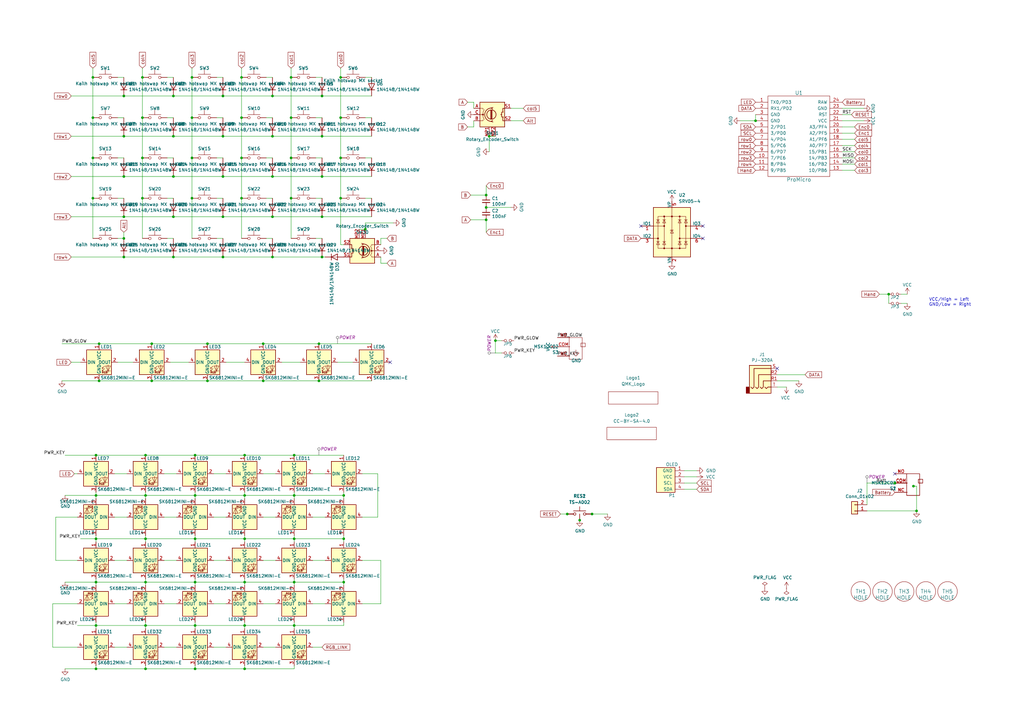
<source format=kicad_sch>
(kicad_sch (version 20230121) (generator eeschema)
  (paper "A3")
  (title_block (title "Lotus 58 Glow") (date "2023-11-21") (rev "v1.27") (company "Markus Knutsson <markus.knutsson@tweety.se>") (comment 1 "https://github.com/TweetyDaBird") (comment 2 "Licensed under Creative Commons BY-SA 4.0 International"))
  (junction (at 119.38 48.26))
  (junction (at 50.8 97.79))
  (junction (at 59.69 274.32))
  (junction (at 132.08 88.9))
  (junction (at 59.69 220.98))
  (junction (at 62.23 140.97))
  (junction (at 100.33 256.54))
  (junction (at 80.01 220.98))
  (junction (at 91.44 105.41))
  (junction (at 139.7 48.26))
  (junction (at 100.33 203.2))
  (junction (at 58.42 81.28))
  (junction (at 80.01 186.69))
  (junction (at 78.74 81.28))
  (junction (at 85.09 156.21))
  (junction (at 199.39 90.17))
  (junction (at 111.76 55.88))
  (junction (at 132.08 55.88))
  (junction (at 39.37 186.69))
  (junction (at 107.95 156.21))
  (junction (at 59.69 256.54))
  (junction (at 50.8 105.41))
  (junction (at 199.39 85.09))
  (junction (at 80.01 274.32))
  (junction (at 111.76 39.37))
  (junction (at 111.76 72.39))
  (junction (at 200.66 55.88))
  (junction (at 374.65 199.39))
  (junction (at 119.38 31.75))
  (junction (at 40.64 140.97))
  (junction (at 58.42 48.26))
  (junction (at 99.06 31.75))
  (junction (at 71.12 72.39))
  (junction (at 38.1 48.26))
  (junction (at 140.97 238.76))
  (junction (at 50.8 39.37))
  (junction (at 58.42 31.75))
  (junction (at 367.03 198.12))
  (junction (at 149.86 93.98))
  (junction (at 50.8 72.39))
  (junction (at 139.7 64.77))
  (junction (at 203.2 139.7))
  (junction (at 71.12 55.88))
  (junction (at 99.06 81.28))
  (junction (at 59.69 186.69))
  (junction (at 237.744 213.36))
  (junction (at 39.37 220.98))
  (junction (at 71.12 39.37))
  (junction (at 50.8 88.9))
  (junction (at 140.97 220.98))
  (junction (at 107.95 140.97))
  (junction (at 100.33 186.69))
  (junction (at 58.42 64.77))
  (junction (at 38.1 31.75))
  (junction (at 130.81 140.97))
  (junction (at 50.8 55.88))
  (junction (at 111.76 105.41))
  (junction (at 39.37 238.76))
  (junction (at 39.37 274.32))
  (junction (at 91.44 55.88))
  (junction (at 85.09 140.97))
  (junction (at 38.1 64.77))
  (junction (at 375.92 209.55))
  (junction (at 364.49 120.65))
  (junction (at 71.12 105.41))
  (junction (at 78.74 64.77))
  (junction (at 120.65 256.54))
  (junction (at 120.65 220.98))
  (junction (at 39.37 256.54))
  (junction (at 111.76 88.9))
  (junction (at 59.69 203.2))
  (junction (at 80.01 238.76))
  (junction (at 199.39 80.01))
  (junction (at 120.65 186.69))
  (junction (at 91.44 39.37))
  (junction (at 132.08 72.39))
  (junction (at 120.65 203.2))
  (junction (at 242.824 210.82))
  (junction (at 132.08 39.37))
  (junction (at 119.38 64.77))
  (junction (at 132.08 105.41))
  (junction (at 232.664 210.82))
  (junction (at 120.65 238.76))
  (junction (at 309.88 49.53))
  (junction (at 140.97 203.2))
  (junction (at 39.37 203.2))
  (junction (at 62.23 156.21))
  (junction (at 100.33 220.98))
  (junction (at 78.74 31.75))
  (junction (at 80.01 203.2))
  (junction (at 99.06 64.77))
  (junction (at 78.74 48.26))
  (junction (at 80.01 256.54))
  (junction (at 99.06 48.26))
  (junction (at 91.44 72.39))
  (junction (at 40.64 156.21))
  (junction (at 100.33 238.76))
  (junction (at 139.7 31.75))
  (junction (at 91.44 88.9))
  (junction (at 139.7 81.28))
  (junction (at 100.33 274.32))
  (junction (at 38.1 81.28))
  (junction (at 71.12 88.9))
  (junction (at 119.38 81.28))
  (junction (at 130.81 156.21))
  (junction (at 59.69 238.76))
  (no_connect (at 160.02 148.59))
  (no_connect (at 367.03 194.31))
  (no_connect (at 262.89 92.71))
  (no_connect (at 288.29 97.79))
  (no_connect (at 288.29 92.71))
  (no_connect (at 318.77 151.13))
  (wire (pts (xy 345.44 59.69) (xy 350.52 59.69)))
  (wire (pts (xy 140.97 203.2) (xy 140.97 201.93)))
  (wire (pts (xy 120.65 203.2) (xy 120.65 201.93)))
  (wire (pts (xy 29.21 148.59) (xy 33.02 148.59)))
  (wire (pts (xy 80.01 238.76) (xy 100.33 238.76)))
  (wire (pts (xy 120.65 186.69) (xy 140.97 186.69)))
  (wire (pts (xy 132.08 48.26) (xy 129.54 48.26)))
  (wire (pts (xy 199.39 80.01) (xy 199.39 76.2)))
  (wire (pts (xy 120.65 222.25) (xy 120.65 220.98)))
  (wire (pts (xy 109.22 31.75) (xy 111.76 31.75)))
  (wire (pts (xy 107.95 265.43) (xy 113.03 265.43)))
  (wire (pts (xy 107.95 194.31) (xy 113.03 194.31)))
  (wire (pts (xy 128.27 229.87) (xy 133.35 229.87)))
  (wire (pts (xy 67.31 212.09) (xy 72.39 212.09)))
  (wire (pts (xy 68.58 64.77) (xy 71.12 64.77)))
  (wire (pts (xy 67.31 247.65) (xy 72.39 247.65)))
  (wire (pts (xy 80.01 220.98) (xy 80.01 222.25)))
  (wire (pts (xy 39.37 274.32) (xy 39.37 273.05)))
  (wire (pts (xy 209.55 49.53) (xy 214.63 49.53)))
  (wire (pts (xy 25.4 140.97) (xy 40.64 140.97)))
  (wire (pts (xy 59.69 257.81) (xy 59.69 256.54)))
  (wire (pts (xy 318.77 153.67) (xy 330.2 153.67)))
  (wire (pts (xy 140.97 220.98) (xy 140.97 222.25)))
  (wire (pts (xy 46.99 212.09) (xy 52.07 212.09)))
  (wire (pts (xy 128.27 194.31) (xy 133.35 194.31)))
  (wire (pts (xy 120.65 255.27) (xy 120.65 256.54)))
  (wire (pts (xy 21.59 247.65) (xy 21.59 265.43)))
  (wire (pts (xy 31.75 247.65) (xy 21.59 247.65)))
  (wire (pts (xy 87.63 212.09) (xy 92.71 212.09)))
  (wire (pts (xy 280.67 195.58) (xy 285.75 195.58)))
  (wire (pts (xy 29.21 105.41) (xy 50.8 105.41)))
  (wire (pts (xy 87.63 229.87) (xy 92.71 229.87)))
  (wire (pts (xy 156.21 229.87) (xy 156.21 247.65)))
  (wire (pts (xy 68.58 31.75) (xy 71.12 31.75)))
  (wire (pts (xy 59.69 220.98) (xy 80.01 220.98)))
  (wire (pts (xy 367.03 198.12) (xy 355.6 198.12)))
  (wire (pts (xy 80.01 186.69) (xy 100.33 186.69)))
  (wire (pts (xy 50.8 81.28) (xy 48.26 81.28)))
  (wire (pts (xy 193.04 80.01) (xy 199.39 80.01)))
  (wire (pts (xy 91.44 97.79) (xy 88.9 97.79)))
  (wire (pts (xy 87.63 194.31) (xy 92.71 194.31)))
  (wire (pts (xy 132.08 55.88) (xy 152.4 55.88)))
  (wire (pts (xy 78.74 48.26) (xy 78.74 64.77)))
  (wire (pts (xy 40.64 156.21) (xy 62.23 156.21)))
  (wire (pts (xy 39.37 220.98) (xy 33.02 220.98)))
  (wire (pts (xy 120.65 256.54) (xy 140.97 256.54)))
  (wire (pts (xy 38.1 27.94) (xy 38.1 31.75)))
  (wire (pts (xy 88.9 31.75) (xy 91.44 31.75)))
  (wire (pts (xy 132.08 105.41) (xy 133.35 105.41)))
  (wire (pts (xy 99.06 31.75) (xy 99.06 48.26)))
  (wire (pts (xy 59.69 220.98) (xy 59.69 222.25)))
  (wire (pts (xy 99.06 27.94) (xy 99.06 31.75)))
  (wire (pts (xy 26.67 186.69) (xy 39.37 186.69)))
  (wire (pts (xy 355.6 198.12) (xy 355.6 207.01)))
  (wire (pts (xy 78.74 64.77) (xy 78.74 81.28)))
  (wire (pts (xy 30.48 194.31) (xy 31.75 194.31)))
  (wire (pts (xy 46.99 194.31) (xy 52.07 194.31)))
  (wire (pts (xy 39.37 203.2) (xy 39.37 204.47)))
  (wire (pts (xy 80.01 237.49) (xy 80.01 238.76)))
  (wire (pts (xy 107.95 140.97) (xy 130.81 140.97)))
  (wire (pts (xy 29.21 55.88) (xy 50.8 55.88)))
  (wire (pts (xy 50.8 55.88) (xy 71.12 55.88)))
  (wire (pts (xy 59.69 255.27) (xy 59.69 256.54)))
  (wire (pts (xy 48.26 64.77) (xy 50.8 64.77)))
  (wire (pts (xy 78.74 31.75) (xy 78.74 48.26)))
  (wire (pts (xy 80.01 203.2) (xy 59.69 203.2)))
  (wire (pts (xy 31.75 229.87) (xy 22.86 229.87)))
  (wire (pts (xy 309.88 49.53) (xy 303.53 49.53)))
  (wire (pts (xy 115.57 148.59) (xy 123.19 148.59)))
  (wire (pts (xy 100.33 203.2) (xy 100.33 201.93)))
  (wire (pts (xy 39.37 240.03) (xy 39.37 238.76)))
  (wire (pts (xy 71.12 105.41) (xy 91.44 105.41)))
  (wire (pts (xy 345.44 52.07) (xy 350.52 52.07)))
  (wire (pts (xy 111.76 64.77) (xy 109.22 64.77)))
  (wire (pts (xy 50.8 95.25) (xy 50.8 97.79)))
  (wire (pts (xy 39.37 220.98) (xy 39.37 222.25)))
  (wire (pts (xy 149.86 64.77) (xy 152.4 64.77)))
  (wire (pts (xy 78.74 81.28) (xy 78.74 97.79)))
  (wire (pts (xy 80.01 203.2) (xy 100.33 203.2)))
  (wire (pts (xy 46.99 265.43) (xy 52.07 265.43)))
  (wire (pts (xy 158.75 107.95) (xy 156.21 107.95)))
  (wire (pts (xy 100.33 220.98) (xy 100.33 222.25)))
  (wire (pts (xy 39.37 201.93) (xy 39.37 203.2)))
  (wire (pts (xy 200.66 62.23) (xy 200.66 55.88)))
  (wire (pts (xy 318.77 156.21) (xy 327.66 156.21)))
  (wire (pts (xy 71.12 72.39) (xy 91.44 72.39)))
  (wire (pts (xy 50.8 88.9) (xy 71.12 88.9)))
  (wire (pts (xy 309.88 46.99) (xy 309.88 49.53)))
  (wire (pts (xy 99.06 64.77) (xy 99.06 81.28)))
  (wire (pts (xy 156.21 107.95) (xy 156.21 105.41)))
  (wire (pts (xy 199.39 95.25) (xy 199.39 90.17)))
  (wire (pts (xy 280.67 200.66) (xy 285.75 200.66)))
  (wire (pts (xy 209.55 44.45) (xy 214.63 44.45)))
  (wire (pts (xy 25.4 156.21) (xy 40.64 156.21)))
  (wire (pts (xy 119.38 81.28) (xy 119.38 97.79)))
  (wire (pts (xy 39.37 219.71) (xy 39.37 220.98)))
  (wire (pts (xy 191.77 52.07) (xy 194.31 52.07)))
  (wire (pts (xy 161.29 91.44) (xy 149.86 91.44)))
  (wire (pts (xy 78.74 27.94) (xy 78.74 31.75)))
  (wire (pts (xy 62.23 140.97) (xy 85.09 140.97)))
  (wire (pts (xy 345.44 49.53) (xy 354.33 49.53)))
  (wire (pts (xy 280.67 198.12) (xy 285.75 198.12)))
  (wire (pts (xy 130.81 140.97) (xy 152.4 140.97)))
  (wire (pts (xy 71.12 55.88) (xy 91.44 55.88)))
  (wire (pts (xy 119.38 31.75) (xy 119.38 48.26)))
  (wire (pts (xy 59.69 274.32) (xy 39.37 274.32)))
  (wire (pts (xy 99.06 48.26) (xy 99.06 64.77)))
  (wire (pts (xy 92.71 148.59) (xy 100.33 148.59)))
  (wire (pts (xy 149.86 81.28) (xy 152.4 81.28)))
  (wire (pts (xy 100.33 203.2) (xy 120.65 203.2)))
  (wire (pts (xy 21.59 265.43) (xy 31.75 265.43)))
  (wire (pts (xy 139.7 31.75) (xy 139.7 48.26)))
  (wire (pts (xy 69.85 148.59) (xy 77.47 148.59)))
  (wire (pts (xy 345.44 54.61) (xy 350.52 54.61)))
  (wire (pts (xy 280.67 193.04) (xy 285.75 193.04)))
  (wire (pts (xy 100.33 274.32) (xy 80.01 274.32)))
  (wire (pts (xy 109.22 81.28) (xy 111.76 81.28)))
  (wire (pts (xy 119.38 48.26) (xy 119.38 64.77)))
  (wire (pts (xy 80.01 274.32) (xy 80.01 273.05)))
  (wire (pts (xy 71.12 48.26) (xy 68.58 48.26)))
  (wire (pts (xy 100.33 256.54) (xy 100.33 255.27)))
  (wire (pts (xy 345.44 44.45) (xy 354.33 44.45)))
  (wire (pts (xy 67.31 229.87) (xy 72.39 229.87)))
  (wire (pts (xy 107.95 156.21) (xy 130.81 156.21)))
  (wire (pts (xy 91.44 88.9) (xy 111.76 88.9)))
  (wire (pts (xy 80.01 257.81) (xy 80.01 256.54)))
  (wire (pts (xy 119.38 64.77) (xy 119.38 81.28)))
  (wire (pts (xy 148.59 247.65) (xy 156.21 247.65)))
  (wire (pts (xy 100.33 238.76) (xy 120.65 238.76)))
  (wire (pts (xy 58.42 27.94) (xy 58.42 31.75)))
  (wire (pts (xy 31.75 256.54) (xy 39.37 256.54)))
  (wire (pts (xy 200.66 55.88) (xy 203.2 55.88)))
  (wire (pts (xy 99.06 81.28) (xy 99.06 97.79)))
  (wire (pts (xy 147.32 93.98) (xy 149.86 93.98)))
  (wire (pts (xy 130.81 156.21) (xy 152.4 156.21)))
  (wire (pts (xy 48.26 148.59) (xy 54.61 148.59)))
  (wire (pts (xy 100.33 257.81) (xy 100.33 256.54)))
  (wire (pts (xy 29.21 88.9) (xy 50.8 88.9)))
  (wire (pts (xy 46.99 247.65) (xy 52.07 247.65)))
  (wire (pts (xy 132.08 97.79) (xy 129.54 97.79)))
  (wire (pts (xy 88.9 48.26) (xy 91.44 48.26)))
  (wire (pts (xy 140.97 237.49) (xy 140.97 238.76)))
  (wire (pts (xy 107.95 247.65) (xy 113.03 247.65)))
  (wire (pts (xy 111.76 97.79) (xy 109.22 97.79)))
  (wire (pts (xy 80.01 203.2) (xy 80.01 204.47)))
  (wire (pts (xy 120.65 274.32) (xy 100.33 274.32)))
  (wire (pts (xy 26.67 238.76) (xy 39.37 238.76)))
  (wire (pts (xy 140.97 220.98) (xy 140.97 219.71)))
  (wire (pts (xy 100.33 204.47) (xy 100.33 203.2)))
  (wire (pts (xy 149.86 31.75) (xy 152.4 31.75)))
  (wire (pts (xy 140.97 203.2) (xy 140.97 204.47)))
  (wire (pts (xy 372.11 124.46) (xy 369.57 124.46)))
  (wire (pts (xy 120.65 204.47) (xy 120.65 203.2)))
  (wire (pts (xy 345.44 62.23) (xy 350.52 62.23)))
  (wire (pts (xy 87.63 247.65) (xy 92.71 247.65)))
  (wire (pts (xy 191.77 41.91) (xy 194.31 41.91)))
  (wire (pts (xy 193.04 90.17) (xy 199.39 90.17)))
  (wire (pts (xy 59.69 186.69) (xy 80.01 186.69)))
  (wire (pts (xy 120.65 238.76) (xy 140.97 238.76)))
  (wire (pts (xy 364.49 124.46) (xy 364.49 120.65)))
  (wire (pts (xy 80.01 220.98) (xy 80.01 219.71)))
  (wire (pts (xy 199.39 85.09) (xy 209.55 85.09)))
  (wire (pts (xy 345.44 67.31) (xy 350.52 67.31)))
  (wire (pts (xy 67.31 265.43) (xy 72.39 265.43)))
  (wire (pts (xy 22.86 229.87) (xy 22.86 212.09)))
  (wire (pts (xy 249.174 210.82) (xy 242.824 210.82)))
  (wire (pts (xy 194.31 52.07) (xy 194.31 49.53)))
  (wire (pts (xy 50.8 105.41) (xy 71.12 105.41)))
  (wire (pts (xy 87.63 265.43) (xy 92.71 265.43)))
  (wire (pts (xy 59.69 274.32) (xy 59.69 273.05)))
  (wire (pts (xy 132.08 31.75) (xy 129.54 31.75)))
  (wire (pts (xy 39.37 203.2) (xy 26.67 203.2)))
  (wire (pts (xy 91.44 81.28) (xy 88.9 81.28)))
  (wire (pts (xy 111.76 55.88) (xy 132.08 55.88)))
  (wire (pts (xy 375.92 199.39) (xy 375.92 209.55)))
  (wire (pts (xy 132.08 72.39) (xy 152.4 72.39)))
  (wire (pts (xy 59.69 203.2) (xy 59.69 201.93)))
  (wire (pts (xy 345.44 69.85) (xy 350.52 69.85)))
  (wire (pts (xy 39.37 186.69) (xy 59.69 186.69)))
  (wire (pts (xy 29.21 39.37) (xy 50.8 39.37)))
  (wire (pts (xy 149.86 91.44) (xy 149.86 93.98)))
  (wire (pts (xy 139.7 64.77) (xy 139.7 81.28)))
  (wire (pts (xy 120.65 257.81) (xy 120.65 256.54)))
  (wire (pts (xy 360.68 120.65) (xy 364.49 120.65)))
  (wire (pts (xy 203.2 139.7) (xy 205.74 139.7)))
  (wire (pts (xy 152.4 48.26) (xy 149.86 48.26)))
  (wire (pts (xy 39.37 203.2) (xy 59.69 203.2)))
  (wire (pts (xy 100.33 237.49) (xy 100.33 238.76)))
  (wire (pts (xy 59.69 237.49) (xy 59.69 238.76)))
  (wire (pts (xy 120.65 203.2) (xy 140.97 203.2)))
  (wire (pts (xy 140.97 256.54) (xy 140.97 255.27)))
  (wire (pts (xy 91.44 105.41) (xy 111.76 105.41)))
  (wire (pts (xy 111.76 72.39) (xy 132.08 72.39)))
  (wire (pts (xy 100.33 220.98) (xy 120.65 220.98)))
  (wire (pts (xy 120.65 274.32) (xy 120.65 273.05)))
  (wire (pts (xy 345.44 46.99) (xy 349.25 46.99)))
  (wire (pts (xy 120.65 220.98) (xy 120.65 219.71)))
  (wire (pts (xy 148.59 229.87) (xy 156.21 229.87)))
  (wire (pts (xy 154.94 194.31) (xy 154.94 212.09)))
  (wire (pts (xy 91.44 72.39) (xy 111.76 72.39)))
  (wire (pts (xy 80.01 201.93) (xy 80.01 203.2)))
  (wire (pts (xy 91.44 39.37) (xy 111.76 39.37)))
  (wire (pts (xy 58.42 81.28) (xy 58.42 97.79)))
  (wire (pts (xy 59.69 220.98) (xy 59.69 219.71)))
  (wire (pts (xy 59.69 204.47) (xy 59.69 203.2)))
  (wire (pts (xy 80.01 240.03) (xy 80.01 238.76)))
  (wire (pts (xy 132.08 265.43) (xy 128.27 265.43)))
  (wire (pts (xy 67.31 194.31) (xy 72.39 194.31)))
  (wire (pts (xy 158.75 97.79) (xy 156.21 97.79)))
  (wire (pts (xy 120.65 220.98) (xy 140.97 220.98)))
  (wire (pts (xy 80.01 256.54) (xy 80.01 255.27)))
  (wire (pts (xy 318.77 158.75) (xy 322.58 158.75)))
  (wire (pts (xy 71.12 39.37) (xy 91.44 39.37)))
  (wire (pts (xy 46.99 229.87) (xy 52.07 229.87)))
  (wire (pts (xy 39.37 255.27) (xy 39.37 256.54)))
  (wire (pts (xy 369.57 120.65) (xy 372.11 120.65)))
  (wire (pts (xy 38.1 48.26) (xy 38.1 64.77)))
  (wire (pts (xy 148.59 212.09) (xy 154.94 212.09)))
  (wire (pts (xy 128.27 247.65) (xy 133.35 247.65)))
  (wire (pts (xy 39.37 257.81) (xy 39.37 256.54)))
  (wire (pts (xy 80.01 220.98) (xy 100.33 220.98)))
  (wire (pts (xy 59.69 256.54) (xy 80.01 256.54)))
  (wire (pts (xy 38.1 81.28) (xy 38.1 97.79)))
  (wire (pts (xy 59.69 238.76) (xy 80.01 238.76)))
  (wire (pts (xy 107.95 212.09) (xy 113.03 212.09)))
  (wire (pts (xy 119.38 27.94) (xy 119.38 31.75)))
  (wire (pts (xy 139.7 48.26) (xy 139.7 64.77)))
  (wire (pts (xy 139.7 27.94) (xy 139.7 31.75)))
  (wire (pts (xy 139.7 81.28) (xy 139.7 100.33)))
  (wire (pts (xy 80.01 274.32) (xy 59.69 274.32)))
  (wire (pts (xy 132.08 39.37) (xy 152.4 39.37)))
  (wire (pts (xy 100.33 186.69) (xy 120.65 186.69)))
  (wire (pts (xy 100.33 274.32) (xy 100.33 273.05)))
  (wire (pts (xy 50.8 39.37) (xy 71.12 39.37)))
  (wire (pts (xy 85.09 156.21) (xy 107.95 156.21)))
  (wire (pts (xy 132.08 88.9) (xy 152.4 88.9)))
  (wire (pts (xy 203.2 144.78) (xy 205.74 144.78)))
  (wire (pts (xy 100.33 256.54) (xy 120.65 256.54)))
  (wire (pts (xy 71.12 88.9) (xy 91.44 88.9)))
  (wire (pts (xy 120.65 240.03) (xy 120.65 238.76)))
  (wire (pts (xy 40.64 140.97) (xy 62.23 140.97)))
  (wire (pts (xy 71.12 81.28) (xy 68.58 81.28)))
  (wire (pts (xy 203.2 139.7) (xy 203.2 144.78)))
  (wire (pts (xy 22.86 212.09) (xy 31.75 212.09)))
  (wire (pts (xy 39.37 274.32) (xy 26.67 274.32)))
  (wire (pts (xy 39.37 238.76) (xy 59.69 238.76)))
  (wire (pts (xy 58.42 64.77) (xy 58.42 81.28)))
  (wire (pts (xy 156.21 97.79) (xy 156.21 100.33)))
  (wire (pts (xy 107.95 229.87) (xy 113.03 229.87)))
  (wire (pts (xy 132.08 64.77) (xy 129.54 64.77)))
  (wire (pts (xy 139.7 100.33) (xy 140.97 100.33)))
  (wire (pts (xy 71.12 97.79) (xy 68.58 97.79)))
  (wire (pts (xy 375.92 199.39) (xy 374.65 199.39)))
  (wire (pts (xy 62.23 156.21) (xy 85.09 156.21)))
  (wire (pts (xy 50.8 48.26) (xy 48.26 48.26)))
  (wire (pts (xy 345.44 64.77) (xy 350.52 64.77)))
  (wire (pts (xy 85.09 140.97) (xy 107.95 140.97)))
  (wire (pts (xy 100.33 238.76) (xy 100.33 240.03)))
  (wire (pts (xy 111.76 48.26) (xy 109.22 48.26)))
  (wire (pts (xy 88.9 64.77) (xy 91.44 64.77)))
  (wire (pts (xy 138.43 148.59) (xy 144.78 148.59)))
  (wire (pts (xy 50.8 31.75) (xy 48.26 31.75)))
  (wire (pts (xy 148.59 194.31) (xy 154.94 194.31)))
  (wire (pts (xy 80.01 256.54) (xy 100.33 256.54)))
  (wire (pts (xy 120.65 237.49) (xy 120.65 238.76)))
  (wire (pts (xy 111.76 105.41) (xy 132.08 105.41)))
  (wire (pts (xy 50.8 72.39) (xy 71.12 72.39)))
  (wire (pts (xy 132.08 81.28) (xy 129.54 81.28)))
  (wire (pts (xy 111.76 88.9) (xy 132.08 88.9)))
  (wire (pts (xy 39.37 220.98) (xy 59.69 220.98)))
  (wire (pts (xy 58.42 31.75) (xy 58.42 48.26)))
  (wire (pts (xy 29.21 72.39) (xy 50.8 72.39)))
  (wire (pts (xy 59.69 238.76) (xy 59.69 240.03)))
  (wire (pts (xy 39.37 256.54) (xy 59.69 256.54)))
  (wire (pts (xy 100.33 220.98) (xy 100.33 219.71)))
  (wire (pts (xy 229.87 210.82) (xy 232.664 210.82)))
  (wire (pts (xy 355.6 209.55) (xy 375.92 209.55)))
  (wire (pts (xy 91.44 55.88) (xy 111.76 55.88)))
  (wire (pts (xy 194.31 41.91) (xy 194.31 44.45)))
  (wire (pts (xy 39.37 237.49) (xy 39.37 238.76)))
  (wire (pts (xy 345.44 57.15) (xy 350.52 57.15)))
  (wire (pts (xy 48.26 97.79) (xy 50.8 97.79)))
  (wire (pts (xy 140.97 238.76) (xy 140.97 240.03)))
  (wire (pts (xy 38.1 31.75) (xy 38.1 48.26)))
  (wire (pts (xy 111.76 39.37) (xy 132.08 39.37)))
  (wire (pts (xy 58.42 48.26) (xy 58.42 64.77)))
  (wire (pts (xy 38.1 64.77) (xy 38.1 81.28)))
  (wire (pts (xy 128.27 212.09) (xy 133.35 212.09)))
  (text "VCC/High = Left\nGND/Low = Right" (at 381 125.73 0) (effects (font (size 1.27 1.27)) (justify left bottom)))
  (label "PWR_GLOW" (at 210.82 139.7 0))
  (label "PWR_KEY" (at 26.67 186.69 180))
  (label "MOSI" (at 345.44 67.31 0))
  (label "PWR_KEY" (at 33.02 220.98 180))
  (label "PWR_GLOW" (at 228.6 138.43 0))
  (label "PWR_KEY" (at 228.6 146.05 0))
  (label "SCK" (at 345.44 62.23 0))
  (label "PWR_GLOW" (at 25.4 140.97 0))
  (label "PWR_KEY" (at 31.75 256.54 180))
  (label "PWR_KEY" (at 210.82 144.78 0))
  (label "Batt" (at 359.41 198.12 0))
  (label "RST" (at 345.44 46.99 0))
  (label "MISO" (at 345.44 64.77 0))
  (global_label "A" (shape input) (at 193.04 90.17 180) (property "Intersheetrefs" "${INTERSHEET_REFS}" (effects hide)))
  (global_label "Alt" (shape input) (at 50.8 95.25 90) (property "Intersheetrefs" "${INTERSHEET_REFS}" (effects hide)))
  (global_label "col2" (shape input) (at 350.52 64.77 0) (property "Intersheetrefs" "${INTERSHEET_REFS}" (effects hide)))
  (global_label "row2" (shape input) (at 309.88 62.23 180) (property "Intersheetrefs" "${INTERSHEET_REFS}" (effects hide)))
  (global_label "RESET" (shape input) (at 349.25 46.99 0) (property "Intersheetrefs" "${INTERSHEET_REFS}" (effects hide)))
  (global_label "col4" (shape input) (at 58.42 27.94 90) (property "Intersheetrefs" "${INTERSHEET_REFS}" (effects hide)))
  (global_label "row1" (shape input) (at 309.88 59.69 180) (property "Intersheetrefs" "${INTERSHEET_REFS}" (effects hide)))
  (global_label "Battery" (shape input) (at 345.44 41.91 0) (property "Intersheetrefs" "${INTERSHEET_REFS}" (effects hide)))
  (global_label "LED" (shape input) (at 29.21 148.59 180) (property "Intersheetrefs" "${INTERSHEET_REFS}" (effects hide)))
  (global_label "Enc1" (shape input) (at 199.39 95.25 0) (property "Intersheetrefs" "${INTERSHEET_REFS}" (effects hide)))
  (global_label "row3" (shape input) (at 29.21 88.9 180) (property "Intersheetrefs" "${INTERSHEET_REFS}" (effects hide)))
  (global_label "row3" (shape input) (at 309.88 64.77 180) (property "Intersheetrefs" "${INTERSHEET_REFS}" (effects hide)))
  (global_label "SCL" (shape input) (at 309.88 54.61 180) (property "Intersheetrefs" "${INTERSHEET_REFS}" (effects hide)))
  (global_label "Enc0" (shape input) (at 350.52 52.07 0) (property "Intersheetrefs" "${INTERSHEET_REFS}" (effects hide)))
  (global_label "col4" (shape input) (at 350.52 59.69 0) (property "Intersheetrefs" "${INTERSHEET_REFS}" (effects hide)))
  (global_label "SDA" (shape input) (at 285.75 200.66 0) (property "Intersheetrefs" "${INTERSHEET_REFS}" (effects hide)))
  (global_label "row1" (shape input) (at 29.21 55.88 180) (property "Intersheetrefs" "${INTERSHEET_REFS}" (effects hide)))
  (global_label "RGB_LINK" (shape input) (at 132.08 265.43 0) (property "Intersheetrefs" "${INTERSHEET_REFS}" (effects hide)))
  (global_label "row2" (shape input) (at 29.21 72.39 180) (property "Intersheetrefs" "${INTERSHEET_REFS}" (effects hide)))
  (global_label "A" (shape input) (at 191.77 41.91 180) (property "Intersheetrefs" "${INTERSHEET_REFS}" (effects hide)))
  (global_label "col5" (shape input) (at 214.63 44.45 0) (property "Intersheetrefs" "${INTERSHEET_REFS}" (effects hide)))
  (global_label "col5" (shape input) (at 38.1 27.94 90) (property "Intersheetrefs" "${INTERSHEET_REFS}" (effects hide)))
  (global_label "col0" (shape input) (at 350.52 62.23 0) (property "Intersheetrefs" "${INTERSHEET_REFS}" (effects hide)))
  (global_label "col3" (shape input) (at 78.74 27.94 90) (property "Intersheetrefs" "${INTERSHEET_REFS}" (effects hide)))
  (global_label "LED" (shape input) (at 30.48 194.31 180) (property "Intersheetrefs" "${INTERSHEET_REFS}" (effects hide)))
  (global_label "DATA" (shape input) (at 262.89 97.79 180) (property "Intersheetrefs" "${INTERSHEET_REFS}" (effects hide)))
  (global_label "Battery" (shape input) (at 367.03 201.93 180) (property "Intersheetrefs" "${INTERSHEET_REFS}" (effects hide)))
  (global_label "LED" (shape input) (at 309.88 41.91 180) (property "Intersheetrefs" "${INTERSHEET_REFS}" (effects hide)))
  (global_label "Hand" (shape input) (at 309.88 69.85 180) (property "Intersheetrefs" "${INTERSHEET_REFS}" (effects hide)))
  (global_label "A" (shape input) (at 158.75 107.95 0) (property "Intersheetrefs" "${INTERSHEET_REFS}" (effects hide)))
  (global_label "row0" (shape input) (at 29.21 39.37 180) (property "Intersheetrefs" "${INTERSHEET_REFS}" (effects hide)))
  (global_label "SDA" (shape input) (at 309.88 52.07 180) (property "Intersheetrefs" "${INTERSHEET_REFS}" (effects hide)))
  (global_label "Alt" (shape input) (at 214.63 49.53 0) (property "Intersheetrefs" "${INTERSHEET_REFS}" (effects hide)))
  (global_label "B" (shape input) (at 193.04 80.01 180) (property "Intersheetrefs" "${INTERSHEET_REFS}" (effects hide)))
  (global_label "col5" (shape input) (at 350.52 57.15 0) (property "Intersheetrefs" "${INTERSHEET_REFS}" (effects hide)))
  (global_label "DATA" (shape input) (at 330.2 153.67 0) (property "Intersheetrefs" "${INTERSHEET_REFS}" (effects hide)))
  (global_label "Enc0" (shape input) (at 199.39 76.2 0) (property "Intersheetrefs" "${INTERSHEET_REFS}" (effects hide)))
  (global_label "SCL" (shape input) (at 285.75 198.12 0) (property "Intersheetrefs" "${INTERSHEET_REFS}" (effects hide)))
  (global_label "row4" (shape input) (at 29.21 105.41 180) (property "Intersheetrefs" "${INTERSHEET_REFS}" (effects hide)))
  (global_label "row0" (shape input) (at 309.88 57.15 180) (property "Intersheetrefs" "${INTERSHEET_REFS}" (effects hide)))
  (global_label "B" (shape input) (at 191.77 52.07 180) (property "Intersheetrefs" "${INTERSHEET_REFS}" (effects hide)))
  (global_label "B" (shape input) (at 158.75 97.79 0) (property "Intersheetrefs" "${INTERSHEET_REFS}" (effects hide)))
  (global_label "col1" (shape input) (at 350.52 67.31 0) (property "Intersheetrefs" "${INTERSHEET_REFS}" (effects hide)))
  (global_label "col1" (shape input) (at 119.38 27.94 90) (property "Intersheetrefs" "${INTERSHEET_REFS}" (effects hide)))
  (global_label "col0" (shape input) (at 139.7 27.94 90) (property "Intersheetrefs" "${INTERSHEET_REFS}" (effects hide)))
  (global_label "Hand" (shape input) (at 360.68 120.65 180) (property "Intersheetrefs" "${INTERSHEET_REFS}" (effects hide)))
  (global_label "col2" (shape input) (at 99.06 27.94 90) (property "Intersheetrefs" "${INTERSHEET_REFS}" (effects hide)))
  (global_label "DATA" (shape input) (at 309.88 44.45 180) (property "Intersheetrefs" "${INTERSHEET_REFS}" (effects hide)))
  (global_label "row4" (shape input) (at 309.88 67.31 180) (property "Intersheetrefs" "${INTERSHEET_REFS}" (effects hide)))
  (global_label "Enc1" (shape input) (at 350.52 54.61 0) (property "Intersheetrefs" "${INTERSHEET_REFS}" (effects hide)))
  (global_label "RESET" (shape input) (at 229.87 210.82 180) (property "Intersheetrefs" "${INTERSHEET_REFS}" (effects hide)))
  (global_label "col3" (shape input) (at 350.52 69.85 0) (property "Intersheetrefs" "${INTERSHEET_REFS}" (effects hide)))
  (netclass_flag "" (length 2.54) (shape round) (at 355.6 198.12 0) (property "Netclass" "POWER" (at 356.2096 195.58 0) (effects (font italic) (justify left))))
  (netclass_flag "" (length 2.54) (shape round) (at 203.2 144.78 90) (property "Netclass" "POWER" (at 200.66 144.1704 90) (effects (font italic) (justify left))))
  (netclass_flag "" (length 2.54) (shape round) (at 130.81 186.69 0) (property "Netclass" "POWER" (at 131.4196 184.15 0) (effects (font italic) (justify left))))
  (netclass_flag "" (length 2.54) (shape round) (at 138.43 140.97 0) (property "Netclass" "POWER" (at 139.0396 138.43 0) (effects (font italic) (justify left))))
  (symbol (lib_id "keebio:ProMicro") (at 327.66 55.88 0) (unit 1)
    (property "Reference" "U1" (at 327.66 38.1 0) (effects (font (size 1.524 1.524))))
    (property "Value" "ProMicro" (at 327.66 73.66 0) (effects (font (size 1.524 1.524))))
    (property "Footprint" "Keyboard Controllers:ProMicro_Reversible_orig" (effects hide))
  )
  (symbol (lib_id "Switch:SW_Push") (at 43.18 97.79 0) (unit 1)
    (property "Reference" "SW25" (at 43.18 93.98 0))
    (property "Value" "Kailh hotswap MX socket" (at 43.18 100.33 0))
    (property "Footprint" "keyswitches:Kailh_socket_MX_reversible_RGB" (effects hide))
  )
  (symbol (lib_id "Switch:SW_Push") (at 63.5 97.79 0) (unit 1)
    (property "Reference" "SW26" (at 63.5 93.98 0))
    (property "Value" "Kailh hotswap MX socket" (at 63.5 100.33 0))
    (property "Footprint" "keyswitches:Kailh_socket_MX_reversible_RGB" (effects hide))
  )
  (symbol (lib_id "Switch:SW_Push") (at 43.18 31.75 0) (mirror y) (unit 1)
    (property "Reference" "SW1" (at 43.18 27.94 0))
    (property "Value" "Kailh hotswap MX socket" (at 43.18 34.29 0))
    (property "Footprint" "keyswitches:Kailh_socket_MX_reversible_RGB" (effects hide))
  )
  (symbol (lib_id "Device:D") (at 50.8 35.56 90) (unit 1)
    (property "Reference" "D1" (at 52.8066 34.3916 90) (effects (justify right)))
    (property "Value" "1N4148/1N4148W" (at 52.8066 36.703 90) (effects (justify right)))
    (property "Footprint" "Keyboard Library:Diode_DO35_SOD123" (effects hide))
  )
  (symbol (lib_id "Switch:SW_Push") (at 63.5 31.75 0) (unit 1)
    (property "Reference" "SW2" (at 63.5 27.94 0))
    (property "Value" "Kailh hotswap MX socket" (at 63.5 34.29 0))
    (property "Footprint" "keyswitches:Kailh_socket_MX_reversible_RGB" (effects hide))
  )
  (symbol (lib_id "Device:D") (at 71.12 35.56 90) (unit 1)
    (property "Reference" "D2" (at 73.1266 34.3916 90) (effects (justify right)))
    (property "Value" "1N4148/1N4148W" (at 73.1266 36.703 90) (effects (justify right)))
    (property "Footprint" "Keyboard Library:Diode_DO35_SOD123" (effects hide))
  )
  (symbol (lib_id "Switch:SW_Push") (at 83.82 31.75 0) (unit 1)
    (property "Reference" "SW3" (at 83.82 27.94 0))
    (property "Value" "Kailh hotswap MX socket" (at 83.82 34.29 0))
    (property "Footprint" "keyswitches:Kailh_socket_MX_reversible_RGB" (effects hide))
  )
  (symbol (lib_id "Device:D") (at 91.44 35.56 90) (unit 1)
    (property "Reference" "D3" (at 93.4466 34.3916 90) (effects (justify right)))
    (property "Value" "1N4148/1N4148W" (at 93.4466 36.703 90) (effects (justify right)))
    (property "Footprint" "Keyboard Library:Diode_DO35_SOD123" (effects hide))
  )
  (symbol (lib_id "Switch:SW_Push") (at 104.14 31.75 0) (unit 1)
    (property "Reference" "SW4" (at 104.14 27.94 0))
    (property "Value" "Kailh hotswap MX socket" (at 104.14 34.29 0))
    (property "Footprint" "keyswitches:Kailh_socket_MX_reversible_RGB" (effects hide))
  )
  (symbol (lib_id "Device:D") (at 111.76 35.56 90) (unit 1)
    (property "Reference" "D4" (at 113.7666 34.3916 90) (effects (justify right)))
    (property "Value" "1N4148/1N4148W" (at 113.7666 36.703 90) (effects (justify right)))
    (property "Footprint" "Keyboard Library:Diode_DO35_SOD123" (effects hide))
  )
  (symbol (lib_id "Switch:SW_Push") (at 124.46 31.75 0) (unit 1)
    (property "Reference" "SW5" (at 124.46 27.94 0))
    (property "Value" "Kailh hotswap MX socket" (at 124.46 34.29 0))
    (property "Footprint" "keyswitches:Kailh_socket_MX_reversible_RGB" (effects hide))
  )
  (symbol (lib_id "Device:D") (at 132.08 35.56 90) (unit 1)
    (property "Reference" "D5" (at 134.0866 34.3916 90) (effects (justify right)))
    (property "Value" "1N4148/1N4148W" (at 134.0866 36.703 90) (effects (justify right)))
    (property "Footprint" "Keyboard Library:Diode_DO35_SOD123" (effects hide))
  )
  (symbol (lib_id "Switch:SW_Push") (at 144.78 31.75 0) (unit 1)
    (property "Reference" "SW6" (at 144.78 27.94 0))
    (property "Value" "Kailh hotswap MX socket" (at 144.78 33.02 0))
    (property "Footprint" "keyswitches:Kailh_socket_MX_reversible_RGB" (effects hide))
  )
  (symbol (lib_id "Device:D") (at 152.4 35.56 90) (unit 1)
    (property "Reference" "D6" (at 154.4066 34.3916 90) (effects (justify right)))
    (property "Value" "1N4148/1N4148W" (at 154.4066 36.703 90) (effects (justify right)))
    (property "Footprint" "Keyboard Library:Diode_DO35_SOD123" (effects hide))
  )
  (symbol (lib_id "Switch:SW_Push") (at 63.5 48.26 0) (unit 1)
    (property "Reference" "SW8" (at 63.5 44.45 0))
    (property "Value" "Kailh hotswap MX socket" (at 63.5 50.8 0))
    (property "Footprint" "keyswitches:Kailh_socket_MX_reversible_RGB" (effects hide))
  )
  (symbol (lib_id "Switch:SW_Push") (at 83.82 48.26 0) (unit 1)
    (property "Reference" "SW9" (at 83.82 44.45 0))
    (property "Value" "Kailh hotswap MX socket" (at 83.82 50.8 0))
    (property "Footprint" "keyswitches:Kailh_socket_MX_reversible_RGB" (effects hide))
  )
  (symbol (lib_id "Switch:SW_Push") (at 104.14 48.26 0) (unit 1)
    (property "Reference" "SW10" (at 104.14 44.45 0))
    (property "Value" "Kailh hotswap MX socket" (at 104.14 50.8 0))
    (property "Footprint" "keyswitches:Kailh_socket_MX_reversible_RGB" (effects hide))
  )
  (symbol (lib_id "Switch:SW_Push") (at 124.46 48.26 0) (unit 1)
    (property "Reference" "SW11" (at 124.46 44.45 0))
    (property "Value" "Kailh hotswap MX socket" (at 124.46 50.8 0))
    (property "Footprint" "keyswitches:Kailh_socket_MX_reversible_RGB" (effects hide))
  )
  (symbol (lib_id "Switch:SW_Push") (at 144.78 48.26 0) (unit 1)
    (property "Reference" "SW12" (at 144.78 44.45 0))
    (property "Value" "Kailh hotswap MX socket" (at 144.78 50.8 0))
    (property "Footprint" "keyswitches:Kailh_socket_MX_reversible_RGB" (effects hide))
  )
  (symbol (lib_id "Switch:SW_Push") (at 43.18 48.26 0) (unit 1)
    (property "Reference" "SW7" (at 43.18 44.45 0))
    (property "Value" "Kailh hotswap MX socket" (at 43.18 50.8 0))
    (property "Footprint" "keyswitches:Kailh_socket_MX_reversible_RGB" (effects hide))
  )
  (symbol (lib_id "Device:D") (at 50.8 52.07 90) (unit 1)
    (property "Reference" "D7" (at 52.8066 50.9016 90) (effects (justify right)))
    (property "Value" "1N4148/1N4148W" (at 52.8066 53.213 90) (effects (justify right)))
    (property "Footprint" "Keyboard Library:Diode_DO35_SOD123" (effects hide))
  )
  (symbol (lib_id "Device:D") (at 71.12 52.07 90) (unit 1)
    (property "Reference" "D8" (at 73.1266 50.9016 90) (effects (justify right)))
    (property "Value" "1N4148/1N4148W" (at 73.1266 53.213 90) (effects (justify right)))
    (property "Footprint" "Keyboard Library:Diode_DO35_SOD123" (effects hide))
  )
  (symbol (lib_id "Device:D") (at 91.44 52.07 90) (unit 1)
    (property "Reference" "D9" (at 93.4466 50.9016 90) (effects (justify right)))
    (property "Value" "1N4148/1N4148W" (at 93.4466 53.213 90) (effects (justify right)))
    (property "Footprint" "Keyboard Library:Diode_DO35_SOD123" (effects hide))
  )
  (symbol (lib_id "Device:D") (at 111.76 52.07 90) (unit 1)
    (property "Reference" "D10" (at 113.7666 50.9016 90) (effects (justify right)))
    (property "Value" "1N4148/1N4148W" (at 113.7666 53.213 90) (effects (justify right)))
    (property "Footprint" "Keyboard Library:Diode_DO35_SOD123" (effects hide))
  )
  (symbol (lib_id "Device:D") (at 132.08 52.07 90) (unit 1)
    (property "Reference" "D11" (at 134.0866 50.9016 90) (effects (justify right)))
    (property "Value" "1N4148/1N4148W" (at 134.0866 53.213 90) (effects (justify right)))
    (property "Footprint" "Keyboard Library:Diode_DO35_SOD123" (effects hide))
  )
  (symbol (lib_id "Device:D") (at 152.4 52.07 90) (unit 1)
    (property "Reference" "D12" (at 154.4066 50.9016 90) (effects (justify right)))
    (property "Value" "1N4148/1N4148W" (at 154.4066 53.213 90) (effects (justify right)))
    (property "Footprint" "Keyboard Library:Diode_DO35_SOD123" (effects hide))
  )
  (symbol (lib_id "Switch:SW_Push") (at 43.18 64.77 0) (unit 1)
    (property "Reference" "SW13" (at 43.18 60.96 0))
    (property "Value" "Kailh hotswap MX socket" (at 43.18 67.31 0))
    (property "Footprint" "keyswitches:Kailh_socket_MX_reversible_RGB" (effects hide))
  )
  (symbol (lib_id "Switch:SW_Push") (at 63.5 64.77 0) (unit 1)
    (property "Reference" "SW14" (at 63.5 60.96 0))
    (property "Value" "Kailh hotswap MX socket" (at 63.5 67.31 0))
    (property "Footprint" "keyswitches:Kailh_socket_MX_reversible_RGB" (effects hide))
  )
  (symbol (lib_id "Switch:SW_Push") (at 83.82 64.77 0) (unit 1)
    (property "Reference" "SW15" (at 83.82 60.96 0))
    (property "Value" "Kailh hotswap MX socket" (at 83.82 67.31 0))
    (property "Footprint" "keyswitches:Kailh_socket_MX_reversible_RGB" (effects hide))
  )
  (symbol (lib_id "Switch:SW_Push") (at 104.14 64.77 0) (unit 1)
    (property "Reference" "SW16" (at 104.14 60.96 0))
    (property "Value" "Kailh hotswap MX socket" (at 104.14 67.31 0))
    (property "Footprint" "keyswitches:Kailh_socket_MX_reversible_RGB" (effects hide))
  )
  (symbol (lib_id "Switch:SW_Push") (at 124.46 64.77 0) (unit 1)
    (property "Reference" "SW17" (at 124.46 60.96 0))
    (property "Value" "Kailh hotswap MX socket" (at 124.46 67.31 0))
    (property "Footprint" "keyswitches:Kailh_socket_MX_reversible_RGB" (effects hide))
  )
  (symbol (lib_id "Switch:SW_Push") (at 144.78 64.77 0) (unit 1)
    (property "Reference" "SW18" (at 144.78 60.96 0))
    (property "Value" "Kailh hotswap MX socket" (at 144.78 67.31 0))
    (property "Footprint" "keyswitches:Kailh_socket_MX_reversible_RGB" (effects hide))
  )
  (symbol (lib_id "Device:D") (at 50.8 68.58 90) (unit 1)
    (property "Reference" "D13" (at 52.8066 67.4116 90) (effects (justify right)))
    (property "Value" "1N4148/1N4148W" (at 52.8066 69.723 90) (effects (justify right)))
    (property "Footprint" "Keyboard Library:Diode_DO35_SOD123" (effects hide))
  )
  (symbol (lib_id "Device:D") (at 71.12 68.58 90) (unit 1)
    (property "Reference" "D14" (at 73.1266 67.4116 90) (effects (justify right)))
    (property "Value" "1N4148/1N4148W" (at 73.1266 69.723 90) (effects (justify right)))
    (property "Footprint" "Keyboard Library:Diode_DO35_SOD123" (effects hide))
  )
  (symbol (lib_id "Device:D") (at 91.44 68.58 90) (unit 1)
    (property "Reference" "D15" (at 93.4466 67.4116 90) (effects (justify right)))
    (property "Value" "1N4148/1N4148W" (at 93.4466 69.723 90) (effects (justify right)))
    (property "Footprint" "Keyboard Library:Diode_DO35_SOD123" (effects hide))
  )
  (symbol (lib_id "Device:D") (at 111.76 68.58 90) (unit 1)
    (property "Reference" "D16" (at 113.7666 67.4116 90) (effects (justify right)))
    (property "Value" "1N4148/1N4148W" (at 113.7666 69.723 90) (effects (justify right)))
    (property "Footprint" "Keyboard Library:Diode_DO35_SOD123" (effects hide))
  )
  (symbol (lib_id "Device:D") (at 132.08 68.58 90) (unit 1)
    (property "Reference" "D17" (at 134.0866 67.4116 90) (effects (justify right)))
    (property "Value" "1N4148/1N4148W" (at 134.0866 69.723 90) (effects (justify right)))
    (property "Footprint" "Keyboard Library:Diode_DO35_SOD123" (effects hide))
  )
  (symbol (lib_id "Device:D") (at 152.4 68.58 90) (unit 1)
    (property "Reference" "D18" (at 154.4066 67.4116 90) (effects (justify right)))
    (property "Value" "1N4148/1N4148W" (at 154.4066 69.723 90) (effects (justify right)))
    (property "Footprint" "Keyboard Library:Diode_DO35_SOD123" (effects hide))
  )
  (symbol (lib_id "Switch:SW_Push") (at 83.82 81.28 0) (unit 1)
    (property "Reference" "SW21" (at 83.82 77.47 0))
    (property "Value" "Kailh hotswap MX socket" (at 83.82 83.82 0))
    (property "Footprint" "keyswitches:Kailh_socket_MX_reversible_RGB" (effects hide))
  )
  (symbol (lib_id "Switch:SW_Push") (at 104.14 81.28 0) (unit 1)
    (property "Reference" "SW22" (at 104.14 77.47 0))
    (property "Value" "Kailh hotswap MX socket" (at 104.14 83.82 0))
    (property "Footprint" "keyswitches:Kailh_socket_MX_reversible_RGB" (effects hide))
  )
  (symbol (lib_id "Switch:SW_Push") (at 124.46 81.28 0) (unit 1)
    (property "Reference" "SW23" (at 124.46 77.47 0))
    (property "Value" "Kailh hotswap MX socket" (at 124.46 83.82 0))
    (property "Footprint" "keyswitches:Kailh_socket_MX_reversible_RGB" (effects hide))
  )
  (symbol (lib_id "Switch:SW_Push") (at 144.78 81.28 0) (unit 1)
    (property "Reference" "SW24" (at 144.78 77.47 0))
    (property "Value" "Kailh hotswap MX socket" (at 144.78 83.82 0))
    (property "Footprint" "keyswitches:Kailh_socket_MX_reversible_RGB" (effects hide))
  )
  (symbol (lib_id "Switch:SW_Push") (at 63.5 81.28 0) (unit 1)
    (property "Reference" "SW20" (at 63.5 77.47 0))
    (property "Value" "Kailh hotswap MX socket" (at 63.5 83.82 0))
    (property "Footprint" "keyswitches:Kailh_socket_MX_reversible_RGB" (effects hide))
  )
  (symbol (lib_id "Switch:SW_Push") (at 43.18 81.28 0) (unit 1)
    (property "Reference" "SW19" (at 43.18 77.47 0))
    (property "Value" "Kailh hotswap MX socket" (at 43.18 83.82 0))
    (property "Footprint" "keyswitches:Kailh_socket_MX_reversible_RGB" (effects hide))
  )
  (symbol (lib_id "Device:D") (at 50.8 85.09 90) (unit 1)
    (property "Reference" "D19" (at 52.8066 83.9216 90) (effects (justify right)))
    (property "Value" "1N4148/1N4148W" (at 52.8066 86.233 90) (effects (justify right)))
    (property "Footprint" "Keyboard Library:Diode_DO35_SOD123" (effects hide))
  )
  (symbol (lib_id "Device:D") (at 71.12 85.09 90) (unit 1)
    (property "Reference" "D20" (at 73.1266 83.9216 90) (effects (justify right)))
    (property "Value" "1N4148/1N4148W" (at 73.1266 86.233 90) (effects (justify right)))
    (property "Footprint" "Keyboard Library:Diode_DO35_SOD123" (effects hide))
  )
  (symbol (lib_id "Device:D") (at 91.44 85.09 90) (unit 1)
    (property "Reference" "D21" (at 93.4466 83.9216 90) (effects (justify right)))
    (property "Value" "1N4148/1N4148W" (at 93.4466 86.233 90) (effects (justify right)))
    (property "Footprint" "Keyboard Library:Diode_DO35_SOD123" (effects hide))
  )
  (symbol (lib_id "Device:D") (at 111.76 85.09 90) (unit 1)
    (property "Reference" "D22" (at 113.7666 83.9216 90) (effects (justify right)))
    (property "Value" "1N4148/1N4148W" (at 113.7666 86.233 90) (effects (justify right)))
    (property "Footprint" "Keyboard Library:Diode_DO35_SOD123" (effects hide))
  )
  (symbol (lib_id "Device:D") (at 132.08 85.09 90) (unit 1)
    (property "Reference" "D23" (at 134.0866 83.9216 90) (effects (justify right)))
    (property "Value" "1N4148/1N4148W" (at 134.0866 86.233 90) (effects (justify right)))
    (property "Footprint" "Keyboard Library:Diode_DO35_SOD123" (effects hide))
  )
  (symbol (lib_id "Device:D") (at 152.4 85.09 90) (unit 1)
    (property "Reference" "D24" (at 154.4066 83.9216 90) (effects (justify right)))
    (property "Value" "1N4148/1N4148W" (at 154.4066 86.233 90) (effects (justify right)))
    (property "Footprint" "Keyboard Library:Diode_DO35_SOD123" (effects hide))
  )
  (symbol (lib_id "Switch:SW_Push") (at 83.82 97.79 0) (unit 1)
    (property "Reference" "SW27" (at 83.82 93.98 0))
    (property "Value" "Kailh hotswap MX socket" (at 83.82 100.33 0))
    (property "Footprint" "keyswitches:Kailh_socket_MX_reversible_RGB" (effects hide))
  )
  (symbol (lib_id "Switch:SW_Push") (at 104.14 97.79 0) (unit 1)
    (property "Reference" "SW28" (at 104.14 93.98 0))
    (property "Value" "Kailh hotswap MX socket" (at 104.14 100.33 0))
    (property "Footprint" "keyswitches:Kailh_socket_MX_reversible_RGB" (effects hide))
  )
  (symbol (lib_id "Switch:SW_Push") (at 124.46 97.79 0) (unit 1)
    (property "Reference" "SW29" (at 124.46 93.98 0))
    (property "Value" "Kailh hotswap MX socket" (at 124.46 100.33 0))
    (property "Footprint" "keyswitches:Kailh_socket_MX_reversible_RGB" (effects hide))
  )
  (symbol (lib_id "Device:D") (at 50.8 101.6 90) (unit 1)
    (property "Reference" "D25" (at 52.8066 100.4316 90) (effects (justify right)))
    (property "Value" "1N4148/1N4148W" (at 52.8066 102.743 90) (effects (justify right)))
    (property "Footprint" "Keyboard Library:Diode_DO35_SOD123" (effects hide))
  )
  (symbol (lib_id "Device:D") (at 71.12 101.6 90) (unit 1)
    (property "Reference" "D26" (at 73.1266 100.4316 90) (effects (justify right)))
    (property "Value" "1N4148/1N4148W" (at 73.1266 102.743 90) (effects (justify right)))
    (property "Footprint" "Keyboard Library:Diode_DO35_SOD123" (effects hide))
  )
  (symbol (lib_id "Device:D") (at 91.44 101.6 90) (unit 1)
    (property "Reference" "D27" (at 93.4466 100.4316 90) (effects (justify right)))
    (property "Value" "1N4148/1N4148W" (at 93.4466 102.743 90) (effects (justify right)))
    (property "Footprint" "Keyboard Library:Diode_DO35_SOD123" (effects hide))
  )
  (symbol (lib_id "Device:D") (at 111.76 101.6 90) (unit 1)
    (property "Reference" "D28" (at 113.7666 100.4316 90) (effects (justify right)))
    (property "Value" "1N4148/1N4148W" (at 113.7666 102.743 90) (effects (justify right)))
    (property "Footprint" "Keyboard Library:Diode_DO35_SOD123" (effects hide))
  )
  (symbol (lib_id "Device:D") (at 132.08 101.6 90) (unit 1)
    (property "Reference" "D29" (at 134.0866 100.4316 90) (effects (justify right)))
    (property "Value" "1N4148/1N4148W" (at 134.0866 102.743 90) (effects (justify right)))
    (property "Footprint" "Keyboard Library:Diode_DO35_SOD123" (effects hide))
  )
  (symbol (lib_id "power:VCC") (at 354.33 49.53 270) (unit 1)
    (property "Reference" "#PWR04" (effects hide))
    (property "Value" "VCC" (at 358.14 49.53 0))
  )
  (symbol (lib_id "power:PWR_FLAG") (at 313.69 241.3 0) (unit 1)
    (property "Reference" "#FLG01" (effects hide))
    (property "Value" "PWR_FLAG" (at 313.69 236.8804 0))
  )
  (symbol (lib_id "power:GND") (at 313.69 241.3 0) (unit 1)
    (property "Reference" "#PWR029" (effects hide))
    (property "Value" "GND" (at 313.817 245.6942 0))
  )
  (symbol (lib_id "power:VCC") (at 322.58 241.3 0) (unit 1)
    (property "Reference" "#PWR030" (effects hide))
    (property "Value" "VCC" (at 323.0118 236.9058 0))
  )
  (symbol (lib_id "power:PWR_FLAG") (at 322.58 241.3 180) (unit 1)
    (property "Reference" "#FLG02" (effects hide))
    (property "Value" "PWR_FLAG" (at 322.58 245.6942 0))
  )
  (symbol (lib_id "keebio:Hole") (at 361.95 242.57 0) (unit 1)
    (property "Reference" "TH2" (at 361.95 242.57 0) (effects (font (size 1.524 1.524))))
    (property "Value" "HOLE" (at 361.95 245.11 0) (effects (font (size 1.524 1.524))))
    (property "Footprint" "Keyboard Common:Spacer PCB hole" (effects hide))
  )
  (symbol (lib_id "keebio:Hole") (at 370.84 242.57 0) (unit 1)
    (property "Reference" "TH3" (at 370.84 242.57 0) (effects (font (size 1.524 1.524))))
    (property "Value" "HOLE" (at 370.84 245.11 0) (effects (font (size 1.524 1.524))))
    (property "Footprint" "Keyboard Common:Spacer PCB hole" (effects hide))
  )
  (symbol (lib_id "keebio:Hole") (at 379.73 242.57 0) (unit 1)
    (property "Reference" "TH4" (at 379.73 242.57 0) (effects (font (size 1.524 1.524))))
    (property "Value" "HOLE" (at 379.73 245.11 0) (effects (font (size 1.524 1.524))))
    (property "Footprint" "Keyboard Common:Spacer PCB hole" (effects hide))
  )
  (symbol (lib_id "keebio:Hole") (at 388.62 242.57 0) (unit 1)
    (property "Reference" "TH5" (at 388.62 242.57 0) (effects (font (size 1.524 1.524))))
    (property "Value" "HOLE" (at 388.62 245.11 0) (effects (font (size 1.524 1.524))))
    (property "Footprint" "Keyboard Common:Spacer PCB hole" (effects hide))
  )
  (symbol (lib_id "keebio:Hole") (at 353.06 242.57 0) (unit 1)
    (property "Reference" "TH1" (at 353.06 242.57 0) (effects (font (size 1.524 1.524))))
    (property "Value" "HOLE" (at 353.06 245.11 0) (effects (font (size 1.524 1.524))))
    (property "Footprint" "Keyboard Common:Spacer PCB hole" (effects hide))
  )
  (symbol (lib_id "power:GND") (at 354.33 44.45 90) (unit 1)
    (property "Reference" "#PWR01" (effects hide))
    (property "Value" "GND" (at 358.14 44.45 0))
  )
  (symbol (lib_id "power:GND") (at 303.53 49.53 270) (unit 1)
    (property "Reference" "#PWR03" (effects hide))
    (property "Value" "GND" (at 299.72 49.53 0))
  )
  (symbol (lib_id "power:GND") (at 327.66 156.21 0) (unit 1)
    (property "Reference" "#PWR016" (effects hide))
    (property "Value" "GND" (at 327.787 160.6042 0))
  )
  (symbol (lib_id "power:VCC") (at 322.58 158.75 180) (unit 1)
    (property "Reference" "#PWR017" (effects hide))
    (property "Value" "VCC" (at 322.1482 163.1442 0))
  )
  (symbol (lib_id "Keyboard_Library:SK6812MINI-E") (at 39.37 194.31 0) (unit 1)
    (property "Reference" "LED7" (at 40.005 187.96 0) (effects (justify left)))
    (property "Value" "SK6812MINI-E" (at 40.005 200.66 0) (effects (justify left)))
    (property "Footprint" "Keyboard RGB:MX_SK6812MINI-E_REVERSIBLE" (effects hide))
    (property "Datasheet" "https://cdn-shop.adafruit.com/product-files/2686/SK6812MINI_REV.01-1-2.pdf" (effects hide))
  )
  (symbol (lib_id "power:GND") (at 26.67 203.2 0) (unit 1)
    (property "Reference" "#PWR022" (effects hide))
    (property "Value" "GND" (at 26.797 207.5942 0))
  )
  (symbol (lib_id "power:GND") (at 26.67 238.76 0) (unit 1)
    (property "Reference" "#PWR028" (effects hide))
    (property "Value" "GND" (at 26.797 243.1542 0))
  )
  (symbol (lib_id "power:GND") (at 26.67 274.32 0) (unit 1)
    (property "Reference" "#PWR033" (effects hide))
    (property "Value" "GND" (at 26.797 278.7142 0))
  )
  (symbol (lib_id "Keyboard_Library:Rotary_Encoder_Switch_GND") (at 148.59 102.87 180) (unit 1)
    (property "Reference" "SW30" (at 148.59 95.25 0))
    (property "Value" "Rotary_Encoder_Switch" (at 148.59 92.71 0))
    (property "Footprint" "Keyboard Library:RotaryEncoder_Alps_EC11E-Switch_Vertical_H20_special" (effects hide))
  )
  (symbol (lib_id "Device:Jumper_NO_Small") (at 367.03 120.65 0) (mirror y) (unit 1)
    (property "Reference" "JP2" (at 367.03 121.92 0))
    (property "Value" "LEFT" (effects hide))
    (property "Footprint" "Keyboard Common:Jumper_min_v2" (effects hide))
  )
  (symbol (lib_id "Device:Jumper_NO_Small") (at 367.03 124.46 0) (mirror y) (unit 1)
    (property "Reference" "JP3" (at 367.03 125.73 0))
    (property "Value" "RIGHT" (effects hide))
    (property "Footprint" "Keyboard Common:Jumper_min_v2" (effects hide))
  )
  (symbol (lib_id "power:GND") (at 372.11 124.46 0) (unit 1)
    (property "Reference" "#PWR013" (effects hide))
    (property "Value" "GND" (at 372.237 128.8542 0))
  )
  (symbol (lib_id "power:VCC") (at 372.11 120.65 0) (unit 1)
    (property "Reference" "#PWR012" (effects hide))
    (property "Value" "VCC" (at 372.11 116.84 0))
  )
  (symbol (lib_id "Device:D") (at 137.16 105.41 0) (unit 1)
    (property "Reference" "D30" (at 138.3284 107.4166 90) (effects (justify right)))
    (property "Value" "1N4148/1N4148W" (at 136.017 107.4166 90) (effects (justify right)))
    (property "Footprint" "Keyboard Library:Diode_DO35_SOD123" (effects hide))
  )
  (symbol (lib_id "Device:C_Small") (at 199.39 82.55 0) (unit 1)
    (property "Reference" "C1" (at 201.7268 81.3816 0) (effects (justify left)))
    (property "Value" "100nF" (at 201.7268 83.693 0) (effects (justify left)))
    (property "Footprint" "Common Library:RESISTOR_Reversible" (effects hide))
  )
  (symbol (lib_id "Device:C_Small") (at 199.39 87.63 0) (unit 1)
    (property "Reference" "C2" (at 201.7268 86.4616 0) (effects (justify left)))
    (property "Value" "100nF" (at 201.7268 88.773 0) (effects (justify left)))
    (property "Footprint" "Common Library:RESISTOR_Reversible" (effects hide))
  )
  (symbol (lib_id "power:GND") (at 209.55 85.09 90) (unit 1)
    (property "Reference" "#PWR07" (effects hide))
    (property "Value" "GND" (at 213.9442 84.963 0))
  )
  (symbol (lib_id "Keyboard_Library:Rotary_Encoder_Switch_GND") (at 201.93 46.99 0) (unit 1)
    (property "Reference" "SW31" (at 201.93 54.61 0))
    (property "Value" "Rotary_Encoder_Switch" (at 201.93 57.15 0))
    (property "Footprint" "Keyboard Library:RotaryEncoder_Alps_EC11E-Switch_Special" (effects hide))
  )
  (symbol (lib_id "power:GND") (at 156.21 102.87 90) (unit 1)
    (property "Reference" "#PWR09" (effects hide))
    (property "Value" "GND" (at 160.6042 102.743 0))
  )
  (symbol (lib_id "power:GND") (at 194.31 46.99 270) (unit 1)
    (property "Reference" "#PWR02" (effects hide))
    (property "Value" "GND" (at 189.9158 47.117 0))
  )
  (symbol (lib_id "Connector:AudioJack4") (at 313.69 153.67 0) (unit 1)
    (property "Reference" "J1" (at 312.5978 145.415 0))
    (property "Value" "PJ-320A" (at 312.5978 147.7264 0))
    (property "Footprint" "Common Library:MJ-4PP-9_alim" (effects hide))
  )
  (symbol (lib_id "Keyboard_Library:SK6812MINI-E") (at 59.69 194.31 0) (unit 1)
    (property "Reference" "LED8" (at 60.325 187.96 0) (effects (justify left)))
    (property "Value" "SK6812MINI-E" (at 60.325 200.66 0) (effects (justify left)))
    (property "Footprint" "Keyboard RGB:MX_SK6812MINI-E_REVERSIBLE" (effects hide))
    (property "Datasheet" "https://cdn-shop.adafruit.com/product-files/2686/SK6812MINI_REV.01-1-2.pdf" (effects hide))
  )
  (symbol (lib_id "Keyboard_Library:SK6812MINI-E") (at 80.01 194.31 0) (unit 1)
    (property "Reference" "LED9" (at 80.645 187.96 0) (effects (justify left)))
    (property "Value" "SK6812MINI-E" (at 80.645 200.66 0) (effects (justify left)))
    (property "Footprint" "Keyboard RGB:MX_SK6812MINI-E_REVERSIBLE" (effects hide))
    (property "Datasheet" "https://cdn-shop.adafruit.com/product-files/2686/SK6812MINI_REV.01-1-2.pdf" (effects hide))
  )
  (symbol (lib_id "Keyboard_Library:SK6812MINI-E") (at 100.33 194.31 0) (unit 1)
    (property "Reference" "LED10" (at 100.965 187.96 0) (effects (justify left)))
    (property "Value" "SK6812MINI-E" (at 100.965 200.66 0) (effects (justify left)))
    (property "Footprint" "Keyboard RGB:MX_SK6812MINI-E_REVERSIBLE" (effects hide))
    (property "Datasheet" "https://cdn-shop.adafruit.com/product-files/2686/SK6812MINI_REV.01-1-2.pdf" (effects hide))
  )
  (symbol (lib_id "Keyboard_Library:SK6812MINI-E") (at 120.65 194.31 0) (unit 1)
    (property "Reference" "LED11" (at 121.285 187.96 0) (effects (justify left)))
    (property "Value" "SK6812MINI-E" (at 121.285 200.66 0) (effects (justify left)))
    (property "Footprint" "Keyboard RGB:MX_SK6812MINI-E_REVERSIBLE" (effects hide))
    (property "Datasheet" "https://cdn-shop.adafruit.com/product-files/2686/SK6812MINI_REV.01-1-2.pdf" (effects hide))
  )
  (symbol (lib_id "Keyboard_Library:SK6812MINI-E") (at 140.97 194.31 0) (unit 1)
    (property "Reference" "LED12" (at 141.605 187.96 0) (effects (justify left)))
    (property "Value" "SK6812MINI-E" (at 141.605 200.66 0) (effects (justify left)))
    (property "Footprint" "Keyboard RGB:MX_SK6812MINI-E_REVERSIBLE" (effects hide))
    (property "Datasheet" "https://cdn-shop.adafruit.com/product-files/2686/SK6812MINI_REV.01-1-2.pdf" (effects hide))
  )
  (symbol (lib_id "Keyboard_Library:SK6812MINI-E") (at 140.97 212.09 180) (unit 1)
    (property "Reference" "LED18" (at 140.335 218.44 0) (effects (justify left)))
    (property "Value" "SK6812MINI-E" (at 140.335 205.74 0) (effects (justify left)))
    (property "Footprint" "Keyboard RGB:MX_SK6812MINI-E_REVERSIBLE" (effects hide))
    (property "Datasheet" "https://cdn-shop.adafruit.com/product-files/2686/SK6812MINI_REV.01-1-2.pdf" (effects hide))
  )
  (symbol (lib_id "Keyboard_Library:SK6812MINI-E") (at 120.65 212.09 180) (unit 1)
    (property "Reference" "LED17" (at 120.015 218.44 0) (effects (justify left)))
    (property "Value" "SK6812MINI-E" (at 120.015 205.74 0) (effects (justify left)))
    (property "Footprint" "Keyboard RGB:MX_SK6812MINI-E_REVERSIBLE" (effects hide))
    (property "Datasheet" "https://cdn-shop.adafruit.com/product-files/2686/SK6812MINI_REV.01-1-2.pdf" (effects hide))
  )
  (symbol (lib_id "Keyboard_Library:SK6812MINI-E") (at 100.33 212.09 180) (unit 1)
    (property "Reference" "LED16" (at 99.695 218.44 0) (effects (justify left)))
    (property "Value" "SK6812MINI-E" (at 99.695 205.74 0) (effects (justify left)))
    (property "Footprint" "Keyboard RGB:MX_SK6812MINI-E_REVERSIBLE" (effects hide))
    (property "Datasheet" "https://cdn-shop.adafruit.com/product-files/2686/SK6812MINI_REV.01-1-2.pdf" (effects hide))
  )
  (symbol (lib_id "Keyboard_Library:SK6812MINI-E") (at 80.01 212.09 180) (unit 1)
    (property "Reference" "LED15" (at 79.375 218.44 0) (effects (justify left)))
    (property "Value" "SK6812MINI-E" (at 79.375 205.74 0) (effects (justify left)))
    (property "Footprint" "Keyboard RGB:MX_SK6812MINI-E_REVERSIBLE" (effects hide))
    (property "Datasheet" "https://cdn-shop.adafruit.com/product-files/2686/SK6812MINI_REV.01-1-2.pdf" (effects hide))
  )
  (symbol (lib_id "Keyboard_Library:SK6812MINI-E") (at 59.69 212.09 180) (unit 1)
    (property "Reference" "LED14" (at 59.055 218.44 0) (effects (justify left)))
    (property "Value" "SK6812MINI-E" (at 59.055 205.74 0) (effects (justify left)))
    (property "Footprint" "Keyboard RGB:MX_SK6812MINI-E_REVERSIBLE" (effects hide))
    (property "Datasheet" "https://cdn-shop.adafruit.com/product-files/2686/SK6812MINI_REV.01-1-2.pdf" (effects hide))
  )
  (symbol (lib_id "Keyboard_Library:SK6812MINI-E") (at 39.37 212.09 180) (unit 1)
    (property "Reference" "LED13" (at 38.735 218.44 0) (effects (justify left)))
    (property "Value" "SK6812MINI-E" (at 38.735 205.74 0) (effects (justify left)))
    (property "Footprint" "Keyboard RGB:MX_SK6812MINI-E_REVERSIBLE" (effects hide))
    (property "Datasheet" "https://cdn-shop.adafruit.com/product-files/2686/SK6812MINI_REV.01-1-2.pdf" (effects hide))
  )
  (symbol (lib_id "Keyboard_Library:SK6812MINI-E") (at 39.37 229.87 0) (unit 1)
    (property "Reference" "LED19" (at 40.005 223.52 0) (effects (justify left)))
    (property "Value" "SK6812MINI-E" (at 40.005 236.22 0) (effects (justify left)))
    (property "Footprint" "Keyboard RGB:MX_SK6812MINI-E_REVERSIBLE" (effects hide))
    (property "Datasheet" "https://cdn-shop.adafruit.com/product-files/2686/SK6812MINI_REV.01-1-2.pdf" (effects hide))
  )
  (symbol (lib_id "Keyboard_Library:SK6812MINI-E") (at 59.69 229.87 0) (unit 1)
    (property "Reference" "LED20" (at 60.325 223.52 0) (effects (justify left)))
    (property "Value" "SK6812MINI-E" (at 60.325 236.22 0) (effects (justify left)))
    (property "Footprint" "Keyboard RGB:MX_SK6812MINI-E_REVERSIBLE" (effects hide))
    (property "Datasheet" "https://cdn-shop.adafruit.com/product-files/2686/SK6812MINI_REV.01-1-2.pdf" (effects hide))
  )
  (symbol (lib_id "Keyboard_Library:SK6812MINI-E") (at 80.01 229.87 0) (unit 1)
    (property "Reference" "LED21" (at 80.645 223.52 0) (effects (justify left)))
    (property "Value" "SK6812MINI-E" (at 80.645 236.22 0) (effects (justify left)))
    (property "Footprint" "Keyboard RGB:MX_SK6812MINI-E_REVERSIBLE" (effects hide))
    (property "Datasheet" "https://cdn-shop.adafruit.com/product-files/2686/SK6812MINI_REV.01-1-2.pdf" (effects hide))
  )
  (symbol (lib_id "Keyboard_Library:SK6812MINI-E") (at 100.33 229.87 0) (unit 1)
    (property "Reference" "LED22" (at 100.965 223.52 0) (effects (justify left)))
    (property "Value" "SK6812MINI-E" (at 100.965 236.22 0) (effects (justify left)))
    (property "Footprint" "Keyboard RGB:MX_SK6812MINI-E_REVERSIBLE" (effects hide))
    (property "Datasheet" "https://cdn-shop.adafruit.com/product-files/2686/SK6812MINI_REV.01-1-2.pdf" (effects hide))
  )
  (symbol (lib_id "Keyboard_Library:SK6812MINI-E") (at 120.65 229.87 0) (unit 1)
    (property "Reference" "LED23" (at 121.285 223.52 0) (effects (justify left)))
    (property "Value" "SK6812MINI-E" (at 121.285 236.22 0) (effects (justify left)))
    (property "Footprint" "Keyboard RGB:MX_SK6812MINI-E_REVERSIBLE" (effects hide))
    (property "Datasheet" "https://cdn-shop.adafruit.com/product-files/2686/SK6812MINI_REV.01-1-2.pdf" (effects hide))
  )
  (symbol (lib_id "Keyboard_Library:SK6812MINI-E") (at 140.97 229.87 0) (unit 1)
    (property "Reference" "LED24" (at 141.605 223.52 0) (effects (justify left)))
    (property "Value" "SK6812MINI-E" (at 141.605 236.22 0) (effects (justify left)))
    (property "Footprint" "Keyboard RGB:MX_SK6812MINI-E_REVERSIBLE" (effects hide))
    (property "Datasheet" "https://cdn-shop.adafruit.com/product-files/2686/SK6812MINI_REV.01-1-2.pdf" (effects hide))
  )
  (symbol (lib_id "Keyboard_Library:SK6812MINI-E") (at 140.97 247.65 180) (unit 1)
    (property "Reference" "LED30" (at 140.335 254 0) (effects (justify left)))
    (property "Value" "SK6812MINI-E" (at 140.335 241.3 0) (effects (justify left)))
    (property "Footprint" "Keyboard RGB:MX_SK6812MINI-E_REVERSIBLE" (effects hide))
    (property "Datasheet" "https://cdn-shop.adafruit.com/product-files/2686/SK6812MINI_REV.01-1-2.pdf" (effects hide))
  )
  (symbol (lib_id "Keyboard_Library:SK6812MINI-E") (at 120.65 247.65 180) (unit 1)
    (property "Reference" "LED29" (at 120.015 254 0) (effects (justify left)))
    (property "Value" "SK6812MINI-E" (at 120.015 241.3 0) (effects (justify left)))
    (property "Footprint" "Keyboard RGB:MX_SK6812MINI-E_REVERSIBLE" (effects hide))
    (property "Datasheet" "https://cdn-shop.adafruit.com/product-files/2686/SK6812MINI_REV.01-1-2.pdf" (effects hide))
  )
  (symbol (lib_id "Keyboard_Library:SK6812MINI-E") (at 100.33 247.65 180) (unit 1)
    (property "Reference" "LED28" (at 99.695 254 0) (effects (justify left)))
    (property "Value" "SK6812MINI-E" (at 99.695 241.3 0) (effects (justify left)))
    (property "Footprint" "Keyboard RGB:MX_SK6812MINI-E_REVERSIBLE" (effects hide))
    (property "Datasheet" "https://cdn-shop.adafruit.com/product-files/2686/SK6812MINI_REV.01-1-2.pdf" (effects hide))
  )
  (symbol (lib_id "Keyboard_Library:SK6812MINI-E") (at 80.01 247.65 180) (unit 1)
    (property "Reference" "LED27" (at 79.375 254 0) (effects (justify left)))
    (property "Value" "SK6812MINI-E" (at 79.375 241.3 0) (effects (justify left)))
    (property "Footprint" "Keyboard RGB:MX_SK6812MINI-E_REVERSIBLE" (effects hide))
    (property "Datasheet" "https://cdn-shop.adafruit.com/product-files/2686/SK6812MINI_REV.01-1-2.pdf" (effects hide))
  )
  (symbol (lib_id "Keyboard_Library:SK6812MINI-E") (at 59.69 247.65 180) (unit 1)
    (property "Reference" "LED26" (at 59.055 254 0) (effects (justify left)))
    (property "Value" "SK6812MINI-E" (at 59.055 241.3 0) (effects (justify left)))
    (property "Footprint" "Keyboard RGB:MX_SK6812MINI-E_REVERSIBLE" (effects hide))
    (property "Datasheet" "https://cdn-shop.adafruit.com/product-files/2686/SK6812MINI_REV.01-1-2.pdf" (effects hide))
  )
  (symbol (lib_id "Keyboard_Library:SK6812MINI-E") (at 39.37 247.65 180) (unit 1)
    (property "Reference" "LED25" (at 38.735 254 0) (effects (justify left)))
    (property "Value" "SK6812MINI-E" (at 38.735 241.3 0) (effects (justify left)))
    (property "Footprint" "Keyboard RGB:MX_SK6812MINI-E_REVERSIBLE" (effects hide))
    (property "Datasheet" "https://cdn-shop.adafruit.com/product-files/2686/SK6812MINI_REV.01-1-2.pdf" (effects hide))
  )
  (symbol (lib_id "Keyboard_Library:SK6812MINI-E") (at 39.37 265.43 0) (unit 1)
    (property "Reference" "LED31" (at 40.005 259.08 0) (effects (justify left)))
    (property "Value" "SK6812MINI-E" (at 40.005 271.78 0) (effects (justify left)))
    (property "Footprint" "Keyboard RGB:MX_SK6812MINI-E_REVERSIBLE" (effects hide))
    (property "Datasheet" "https://cdn-shop.adafruit.com/product-files/2686/SK6812MINI_REV.01-1-2.pdf" (effects hide))
  )
  (symbol (lib_id "Keyboard_Library:SK6812MINI-E") (at 59.69 265.43 0) (unit 1)
    (property "Reference" "LED32" (at 60.325 259.08 0) (effects (justify left)))
    (property "Value" "SK6812MINI-E" (at 60.325 271.78 0) (effects (justify left)))
    (property "Footprint" "Keyboard RGB:MX_SK6812MINI-E_REVERSIBLE" (effects hide))
    (property "Datasheet" "https://cdn-shop.adafruit.com/product-files/2686/SK6812MINI_REV.01-1-2.pdf" (effects hide))
  )
  (symbol (lib_id "Keyboard_Library:SK6812MINI-E") (at 80.01 265.43 0) (unit 1)
    (property "Reference" "LED33" (at 80.645 259.08 0) (effects (justify left)))
    (property "Value" "SK6812MINI-E" (at 80.645 271.78 0) (effects (justify left)))
    (property "Footprint" "Keyboard RGB:MX_SK6812MINI-E_REVERSIBLE" (effects hide))
    (property "Datasheet" "https://cdn-shop.adafruit.com/product-files/2686/SK6812MINI_REV.01-1-2.pdf" (effects hide))
  )
  (symbol (lib_id "Keyboard_Library:SK6812MINI-E") (at 100.33 265.43 0) (unit 1)
    (property "Reference" "LED34" (at 100.965 259.08 0) (effects (justify left)))
    (property "Value" "SK6812MINI-E" (at 100.965 271.78 0) (effects (justify left)))
    (property "Footprint" "Keyboard RGB:MX_SK6812MINI-E_REVERSIBLE" (effects hide))
    (property "Datasheet" "https://cdn-shop.adafruit.com/product-files/2686/SK6812MINI_REV.01-1-2.pdf" (effects hide))
  )
  (symbol (lib_id "Keyboard_Library:SK6812MINI-E") (at 120.65 265.43 0) (unit 1)
    (property "Reference" "LED35" (at 121.285 259.08 0) (effects (justify left)))
    (property "Value" "SK6812MINI-E" (at 121.285 271.78 0) (effects (justify left)))
    (property "Footprint" "Keyboard RGB:MX_SK6812MINI-E_REVERSIBLE" (effects hide))
    (property "Datasheet" "https://cdn-shop.adafruit.com/product-files/2686/SK6812MINI_REV.01-1-2.pdf" (effects hide))
  )
  (symbol (lib_id "power:GND") (at 25.4 156.21 0) (unit 1)
    (property "Reference" "#PWR015" (effects hide))
    (property "Value" "GND" (at 25.527 160.6042 0))
  )
  (symbol (lib_id "Keyboard Common:MSK12C02") (at 374.65 199.39 180) (unit 1)
    (property "Reference" "S1" (at 367.5888 200.3552 0) (effects (justify left)))
    (property "Value" "MSK12C02" (at 367.5888 198.0438 0) (effects (justify left)))
    (property "Footprint" "Keyboard Common:MSK12C02" (effects hide))
    (property "Description" "SMD Toggle Switches" (effects hide))
    (property "Height" "1.4" (effects hide))
    (property "Manufacturer_Name" "Shou Han" (effects hide))
    (property "Manufacturer_Part_Number" "MSK12C02" (effects hide))
  )
  (symbol (lib_id "power:GND") (at 375.92 209.55 0) (unit 1)
    (property "Reference" "#PWR023" (effects hide))
    (property "Value" "GND" (at 376.047 213.9442 0))
  )
  (symbol (lib_id "Connector_Generic:Conn_01x02") (at 350.52 209.55 180) (unit 1)
    (property "Reference" "J2" (at 352.6028 201.295 0))
    (property "Value" "Conn_01x02" (at 352.6028 203.6064 0))
    (property "Footprint" "Connector_PinHeader_2.54mm:PinHeader_1x02_P2.54mm_Vertical" (effects hide))
  )
  (symbol (lib_id "power:GND") (at 200.66 62.23 270) (unit 1)
    (property "Reference" "#PWR05" (effects hide))
    (property "Value" "GND" (at 196.2658 62.357 0))
  )
  (symbol (lib_id "power:GND") (at 161.29 91.44 90) (unit 1)
    (property "Reference" "#PWR08" (effects hide))
    (property "Value" "GND" (at 165.6842 91.313 0))
  )
  (symbol (lib_id "power:VCC") (at 203.2 139.7 0) (unit 1)
    (property "Reference" "#PWR034" (effects hide))
    (property "Value" "VCC" (at 203.2 135.89 0))
  )
  (symbol (lib_id "power:GND") (at 285.75 193.04 90) (unit 1)
    (property "Reference" "#PWR026" (effects hide))
    (property "Value" "GND" (at 289.56 193.04 90) (effects (justify right)))
  )
  (symbol (lib_id "Logotypes:CC-BY-SA-4.0") (at 259.08 177.8 0) (unit 1) (in_bom no)
    (property "Reference" "Logo2" (at 259.08 170.18 0))
    (property "Value" "CC-BY-SA-4.0" (at 259.08 172.72 0))
    (property "Footprint" "Logotypes:CC_BY_SA_40_line" (effects hide))
    (property "Sim.Enable" "0" (effects hide))
  )
  (symbol (lib_id "Logotypes:QMK_Logo") (at 259.715 164.465 0) (unit 1) (in_bom no)
    (property "Reference" "Logo1" (at 259.715 154.94 0))
    (property "Value" "QMK_Logo" (at 259.715 157.48 0))
    (property "Footprint" "Logotypes:qmk logo" (effects hide))
  )
  (symbol (lib_id "Keyboard Common:OLED_4pin") (at 275.59 195.58 0) (mirror y) (unit 1)
    (property "Reference" "P1" (at 275.59 203.2 0))
    (property "Value" "OLED" (at 275.59 190.5 0))
    (property "Footprint" "Keyboard Common:SSD1306-0.91-OLED-4pin-128x32 doublesided" (effects hide))
  )
  (symbol (lib_id "power:GND") (at 236.22 143.51 0) (unit 1)
    (property "Reference" "#PWR019" (effects hide))
    (property "Value" "GND" (at 236.347 147.9042 0))
  )
  (symbol (lib_id "Keyboard_Library:SK6812MINI-E") (at 152.4 148.59 0) (unit 1)
    (property "Reference" "LED6" (at 153.035 142.24 0) (effects (justify left)))
    (property "Value" "SK6812MINI-E" (at 153.035 154.94 0) (effects (justify left)))
    (property "Footprint" "Keyboard RGB:MX_SK6812MINI-E_REVERSIBLE" (effects hide))
    (property "Datasheet" "https://cdn-shop.adafruit.com/product-files/2686/SK6812MINI_REV.01-1-2.pdf" (effects hide))
  )
  (symbol (lib_id "Device:Jumper_NO_Small") (at 208.28 139.7 0) (unit 1)
    (property "Reference" "JP5" (at 208.28 140.97 0))
    (property "Value" "FULL" (effects hide))
    (property "Footprint" "Keyboard Common:Jumper_min_v2" (effects hide))
  )
  (symbol (lib_id "Keyboard Common:MSK12C02") (at 236.22 143.51 180) (unit 1)
    (property "Reference" "S3" (at 229.1588 144.4752 0) (effects (justify left)))
    (property "Value" "MSK12C02" (at 229.1588 142.1638 0) (effects (justify left)))
    (property "Footprint" "Keyboard Common:MSK12C02" (effects hide))
    (property "Description" "SMD Toggle Switches" (effects hide))
    (property "Height" "1.4" (effects hide))
    (property "Manufacturer_Name" "Shou Han" (effects hide))
    (property "Manufacturer_Part_Number" "MSK12C02" (effects hide))
  )
  (symbol (lib_id "Keyboard Common:TS-A002") (at 237.744 210.82 0) (unit 1)
    (property "Reference" "RES1" (at 237.744 203.454 0))
    (property "Value" "TS-A002" (at 237.744 205.994 0))
    (property "Footprint" "Keyboard Common:YTS-A002" (effects hide))
    (property "LCSC" "C2888934" (effects hide))
  )
  (symbol (lib_id "power:VCC") (at 285.75 195.58 270) (unit 1)
    (property "Reference" "#PWR027" (effects hide))
    (property "Value" "VCC" (at 289.56 195.58 90) (effects (justify left)))
  )
  (symbol (lib_id "Keyboard Common:MSK12C02") (at 374.65 199.39 180) (unit 1)
    (property "Reference" "S2" (at 367.5888 200.3552 0) (effects (justify left)))
    (property "Value" "MSK12C02" (at 367.5888 198.0438 0) (effects (justify left)))
    (property "Footprint" "Keyboard Common:MSK12C02" (effects hide))
    (property "Description" "SMD Toggle Switches" (effects hide))
    (property "Height" "1.4" (effects hide))
    (property "Manufacturer_Name" "Shou Han" (effects hide))
    (property "Manufacturer_Part_Number" "MSK12C02" (effects hide))
  )
  (symbol (lib_id "power:VCC") (at 228.6 142.24 90) (unit 1)
    (property "Reference" "#PWR011" (effects hide))
    (property "Value" "VCC" (at 224.79 142.24 0))
  )
  (symbol (lib_id "Keyboard_Library:SK6812MINI-E") (at 40.64 148.59 0) (unit 1)
    (property "Reference" "LED1" (at 41.275 142.24 0) (effects (justify left)))
    (property "Value" "SK6812MINI-E" (at 41.275 154.94 0) (effects (justify left)))
    (property "Footprint" "Keyboard RGB:MX_SK6812MINI-E_REVERSIBLE" (effects hide))
    (property "Datasheet" "https://cdn-shop.adafruit.com/product-files/2686/SK6812MINI_REV.01-1-2.pdf" (effects hide))
  )
  (symbol (lib_id "Keyboard_Library:SK6812MINI-E") (at 85.09 148.59 0) (unit 1)
    (property "Reference" "LED3" (at 85.725 142.24 0) (effects (justify left)))
    (property "Value" "SK6812MINI-E" (at 85.725 154.94 0) (effects (justify left)))
    (property "Footprint" "Keyboard RGB:MX_SK6812MINI-E_REVERSIBLE" (effects hide))
    (property "Datasheet" "https://cdn-shop.adafruit.com/product-files/2686/SK6812MINI_REV.01-1-2.pdf" (effects hide))
  )
  (symbol (lib_id "Keyboard_Library:SK6812MINI-E") (at 107.95 148.59 0) (unit 1)
    (property "Reference" "LED4" (at 108.585 142.24 0) (effects (justify left)))
    (property "Value" "SK6812MINI-E" (at 108.585 154.94 0) (effects (justify left)))
    (property "Footprint" "Keyboard RGB:MX_SK6812MINI-E_REVERSIBLE" (effects hide))
    (property "Datasheet" "https://cdn-shop.adafruit.com/product-files/2686/SK6812MINI_REV.01-1-2.pdf" (effects hide))
  )
  (symbol (lib_id "power:GND") (at 275.59 107.95 0) (unit 1)
    (property "Reference" "#PWR010" (effects hide))
    (property "Value" "GND" (at 275.717 112.3442 0))
  )
  (symbol (lib_id "power:GND") (at 237.744 213.36 0) (unit 1)
    (property "Reference" "#PWR018" (effects hide))
    (property "Value" "GND" (at 237.871 217.7542 0))
  )
  (symbol (lib_id "Keyboard_Library:SK6812MINI-E") (at 62.23 148.59 0) (unit 1)
    (property "Reference" "LED2" (at 62.865 142.24 0) (effects (justify left)))
    (property "Value" "SK6812MINI-E" (at 62.865 154.94 0) (effects (justify left)))
    (property "Footprint" "Keyboard RGB:MX_SK6812MINI-E_REVERSIBLE" (effects hide))
    (property "Datasheet" "https://cdn-shop.adafruit.com/product-files/2686/SK6812MINI_REV.01-1-2.pdf" (effects hide))
  )
  (symbol (lib_id "power:VCC") (at 275.59 82.55 0) (unit 1)
    (property "Reference" "#PWR06" (effects hide))
    (property "Value" "VCC" (at 275.59 78.74 0))
  )
  (symbol (lib_id "Device:Jumper_NO_Small") (at 208.28 144.78 0) (unit 1)
    (property "Reference" "JP6" (at 208.28 146.05 0))
    (property "Value" "FULL" (effects hide))
    (property "Footprint" "Keyboard Common:Jumper_min_v2" (effects hide))
  )
  (symbol (lib_id "Power_Protection:SRV05-4") (at 275.59 95.25 0) (unit 1)
    (property "Reference" "U2" (at 278.3587 80.01 0) (effects (justify left)))
    (property "Value" "SRV05-4" (at 278.3587 82.55 0) (effects (justify left)))
    (property "Footprint" "Package_TO_SOT_SMD:SOT-23-6" (effects hide))
    (property "Datasheet" "http://www.onsemi.com/pub/Collateral/SRV05-4-D.PDF" (effects hide))
  )
  (symbol (lib_id "Keyboard Common:TS-A002") (at 237.744 210.82 0) (unit 1)
    (property "Reference" "RES2" (at 237.744 203.454 0))
    (property "Value" "TS-A002" (at 237.744 205.994 0))
    (property "Footprint" "Keyboard Common:YTS-A002" (effects hide))
    (property "LCSC" "C2888934" (effects hide))
  )
  (symbol (lib_id "power:GND") (at 249.174 210.82 0) (unit 1)
    (property "Reference" "#PWR014" (effects hide))
    (property "Value" "GND" (at 249.301 215.2142 0))
  )
  (symbol (lib_id "Keyboard_Library:SK6812MINI-E") (at 130.81 148.59 0) (unit 1)
    (property "Reference" "LED5" (at 131.445 142.24 0) (effects (justify left)))
    (property "Value" "SK6812MINI-E" (at 131.445 154.94 0) (effects (justify left)))
    (property "Footprint" "Keyboard RGB:MX_SK6812MINI-E_REVERSIBLE" (effects hide))
    (property "Datasheet" "https://cdn-shop.adafruit.com/product-files/2686/SK6812MINI_REV.01-1-2.pdf" (effects hide))
  )
)
</source>
